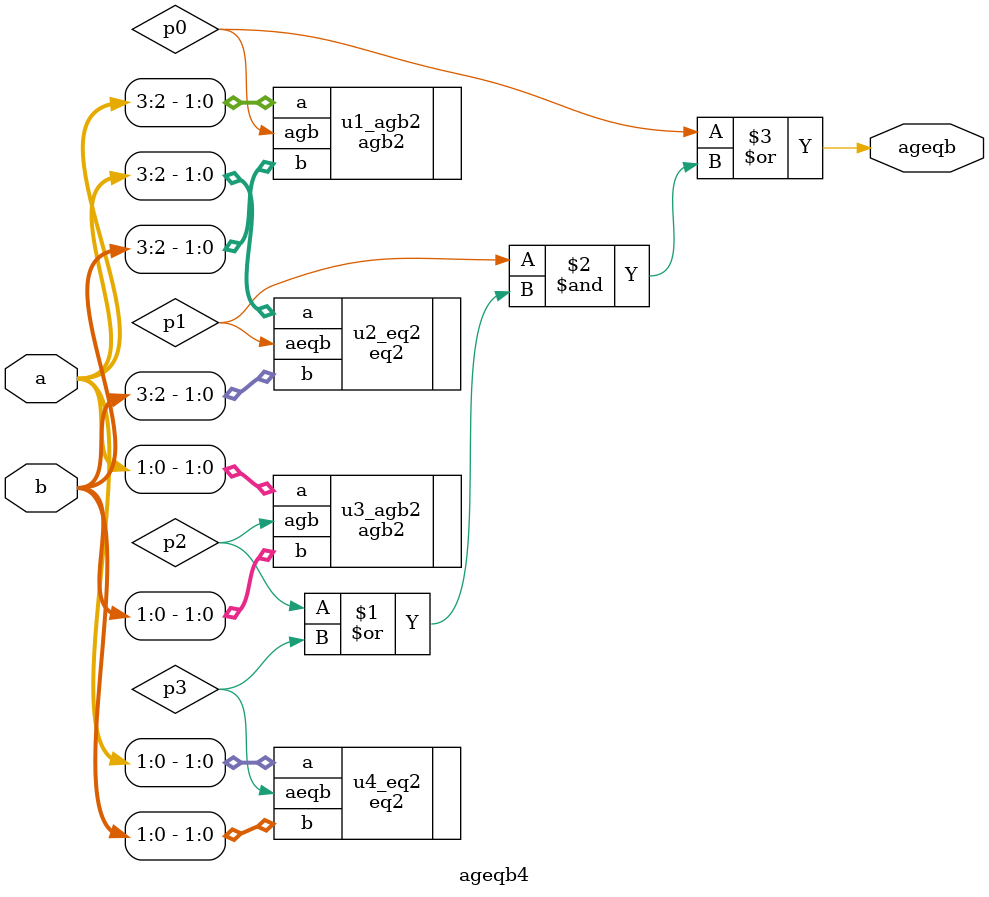
<source format=v>
module ageqb4(
    input wire[3:0] a, b,
    output wire ageqb
    );
    wire p0, p1, p2, p3;
    
    
    agb2 u1_agb2(.a(a[3:2]), .b(b[3:2]), .agb(p0));
    eq2 u2_eq2(.a(a[3:2]), .b(b[3:2]), .aeqb(p1));
    agb2 u3_agb2(.a(a[1:0]), .b(b[1:0]), .agb(p2));
    eq2 u4_eq2(.a(a[1:0]), .b(b[1:0]), .aeqb(p3));
    
    //  a4a3 > b4b3 OR (a4a3 = b4b3 AND (a2a1 > b2b1 | a2a1 = b2b1))
    assign ageqb = p0 | (p1 & (p2 | p3));
    
endmodule

</source>
